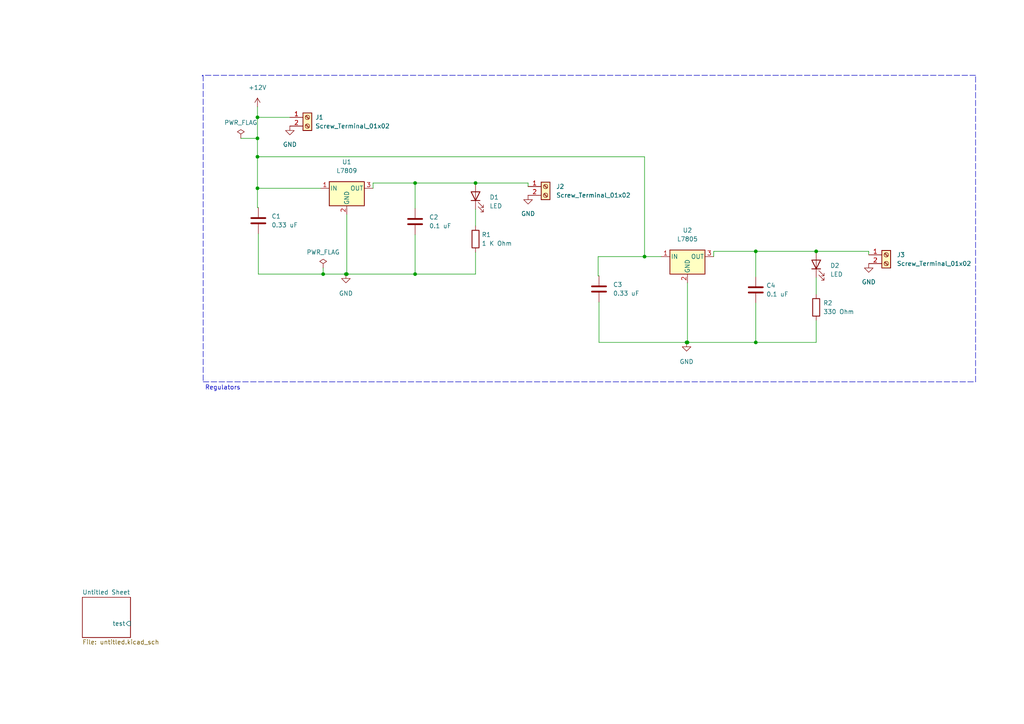
<source format=kicad_sch>
(kicad_sch (version 20211123) (generator eeschema)

  (uuid 8686a01c-8642-4698-9b1c-7604331c0ff3)

  (paper "A4")

  (title_block
    (title "Voltage Regulator 5V & 9V")
    (date "2023-03-07")
    (rev "REV1")
    (company "My Company")
    (comment 1 "Project 1")
  )

  (lib_symbols
    (symbol "Connector:Screw_Terminal_01x02" (pin_names (offset 1.016) hide) (in_bom yes) (on_board yes)
      (property "Reference" "J" (id 0) (at 0 2.54 0)
        (effects (font (size 1.27 1.27)))
      )
      (property "Value" "Screw_Terminal_01x02" (id 1) (at 0 -5.08 0)
        (effects (font (size 1.27 1.27)))
      )
      (property "Footprint" "" (id 2) (at 0 0 0)
        (effects (font (size 1.27 1.27)) hide)
      )
      (property "Datasheet" "~" (id 3) (at 0 0 0)
        (effects (font (size 1.27 1.27)) hide)
      )
      (property "ki_keywords" "screw terminal" (id 4) (at 0 0 0)
        (effects (font (size 1.27 1.27)) hide)
      )
      (property "ki_description" "Generic screw terminal, single row, 01x02, script generated (kicad-library-utils/schlib/autogen/connector/)" (id 5) (at 0 0 0)
        (effects (font (size 1.27 1.27)) hide)
      )
      (property "ki_fp_filters" "TerminalBlock*:*" (id 6) (at 0 0 0)
        (effects (font (size 1.27 1.27)) hide)
      )
      (symbol "Screw_Terminal_01x02_1_1"
        (rectangle (start -1.27 1.27) (end 1.27 -3.81)
          (stroke (width 0.254) (type default) (color 0 0 0 0))
          (fill (type background))
        )
        (circle (center 0 -2.54) (radius 0.635)
          (stroke (width 0.1524) (type default) (color 0 0 0 0))
          (fill (type none))
        )
        (polyline
          (pts
            (xy -0.5334 -2.2098)
            (xy 0.3302 -3.048)
          )
          (stroke (width 0.1524) (type default) (color 0 0 0 0))
          (fill (type none))
        )
        (polyline
          (pts
            (xy -0.5334 0.3302)
            (xy 0.3302 -0.508)
          )
          (stroke (width 0.1524) (type default) (color 0 0 0 0))
          (fill (type none))
        )
        (polyline
          (pts
            (xy -0.3556 -2.032)
            (xy 0.508 -2.8702)
          )
          (stroke (width 0.1524) (type default) (color 0 0 0 0))
          (fill (type none))
        )
        (polyline
          (pts
            (xy -0.3556 0.508)
            (xy 0.508 -0.3302)
          )
          (stroke (width 0.1524) (type default) (color 0 0 0 0))
          (fill (type none))
        )
        (circle (center 0 0) (radius 0.635)
          (stroke (width 0.1524) (type default) (color 0 0 0 0))
          (fill (type none))
        )
        (pin passive line (at -5.08 0 0) (length 3.81)
          (name "Pin_1" (effects (font (size 1.27 1.27))))
          (number "1" (effects (font (size 1.27 1.27))))
        )
        (pin passive line (at -5.08 -2.54 0) (length 3.81)
          (name "Pin_2" (effects (font (size 1.27 1.27))))
          (number "2" (effects (font (size 1.27 1.27))))
        )
      )
    )
    (symbol "Device:C" (pin_numbers hide) (pin_names (offset 0.254)) (in_bom yes) (on_board yes)
      (property "Reference" "C" (id 0) (at 0.635 2.54 0)
        (effects (font (size 1.27 1.27)) (justify left))
      )
      (property "Value" "C" (id 1) (at 0.635 -2.54 0)
        (effects (font (size 1.27 1.27)) (justify left))
      )
      (property "Footprint" "" (id 2) (at 0.9652 -3.81 0)
        (effects (font (size 1.27 1.27)) hide)
      )
      (property "Datasheet" "~" (id 3) (at 0 0 0)
        (effects (font (size 1.27 1.27)) hide)
      )
      (property "ki_keywords" "cap capacitor" (id 4) (at 0 0 0)
        (effects (font (size 1.27 1.27)) hide)
      )
      (property "ki_description" "Unpolarized capacitor" (id 5) (at 0 0 0)
        (effects (font (size 1.27 1.27)) hide)
      )
      (property "ki_fp_filters" "C_*" (id 6) (at 0 0 0)
        (effects (font (size 1.27 1.27)) hide)
      )
      (symbol "C_0_1"
        (polyline
          (pts
            (xy -2.032 -0.762)
            (xy 2.032 -0.762)
          )
          (stroke (width 0.508) (type default) (color 0 0 0 0))
          (fill (type none))
        )
        (polyline
          (pts
            (xy -2.032 0.762)
            (xy 2.032 0.762)
          )
          (stroke (width 0.508) (type default) (color 0 0 0 0))
          (fill (type none))
        )
      )
      (symbol "C_1_1"
        (pin passive line (at 0 3.81 270) (length 2.794)
          (name "~" (effects (font (size 1.27 1.27))))
          (number "1" (effects (font (size 1.27 1.27))))
        )
        (pin passive line (at 0 -3.81 90) (length 2.794)
          (name "~" (effects (font (size 1.27 1.27))))
          (number "2" (effects (font (size 1.27 1.27))))
        )
      )
    )
    (symbol "Device:LED" (pin_numbers hide) (pin_names (offset 1.016) hide) (in_bom yes) (on_board yes)
      (property "Reference" "D" (id 0) (at 0 2.54 0)
        (effects (font (size 1.27 1.27)))
      )
      (property "Value" "LED" (id 1) (at 0 -2.54 0)
        (effects (font (size 1.27 1.27)))
      )
      (property "Footprint" "" (id 2) (at 0 0 0)
        (effects (font (size 1.27 1.27)) hide)
      )
      (property "Datasheet" "~" (id 3) (at 0 0 0)
        (effects (font (size 1.27 1.27)) hide)
      )
      (property "ki_keywords" "LED diode" (id 4) (at 0 0 0)
        (effects (font (size 1.27 1.27)) hide)
      )
      (property "ki_description" "Light emitting diode" (id 5) (at 0 0 0)
        (effects (font (size 1.27 1.27)) hide)
      )
      (property "ki_fp_filters" "LED* LED_SMD:* LED_THT:*" (id 6) (at 0 0 0)
        (effects (font (size 1.27 1.27)) hide)
      )
      (symbol "LED_0_1"
        (polyline
          (pts
            (xy -1.27 -1.27)
            (xy -1.27 1.27)
          )
          (stroke (width 0.254) (type default) (color 0 0 0 0))
          (fill (type none))
        )
        (polyline
          (pts
            (xy -1.27 0)
            (xy 1.27 0)
          )
          (stroke (width 0) (type default) (color 0 0 0 0))
          (fill (type none))
        )
        (polyline
          (pts
            (xy 1.27 -1.27)
            (xy 1.27 1.27)
            (xy -1.27 0)
            (xy 1.27 -1.27)
          )
          (stroke (width 0.254) (type default) (color 0 0 0 0))
          (fill (type none))
        )
        (polyline
          (pts
            (xy -3.048 -0.762)
            (xy -4.572 -2.286)
            (xy -3.81 -2.286)
            (xy -4.572 -2.286)
            (xy -4.572 -1.524)
          )
          (stroke (width 0) (type default) (color 0 0 0 0))
          (fill (type none))
        )
        (polyline
          (pts
            (xy -1.778 -0.762)
            (xy -3.302 -2.286)
            (xy -2.54 -2.286)
            (xy -3.302 -2.286)
            (xy -3.302 -1.524)
          )
          (stroke (width 0) (type default) (color 0 0 0 0))
          (fill (type none))
        )
      )
      (symbol "LED_1_1"
        (pin passive line (at -3.81 0 0) (length 2.54)
          (name "K" (effects (font (size 1.27 1.27))))
          (number "1" (effects (font (size 1.27 1.27))))
        )
        (pin passive line (at 3.81 0 180) (length 2.54)
          (name "A" (effects (font (size 1.27 1.27))))
          (number "2" (effects (font (size 1.27 1.27))))
        )
      )
    )
    (symbol "Device:R" (pin_numbers hide) (pin_names (offset 0)) (in_bom yes) (on_board yes)
      (property "Reference" "R" (id 0) (at 2.032 0 90)
        (effects (font (size 1.27 1.27)))
      )
      (property "Value" "R" (id 1) (at 0 0 90)
        (effects (font (size 1.27 1.27)))
      )
      (property "Footprint" "" (id 2) (at -1.778 0 90)
        (effects (font (size 1.27 1.27)) hide)
      )
      (property "Datasheet" "~" (id 3) (at 0 0 0)
        (effects (font (size 1.27 1.27)) hide)
      )
      (property "ki_keywords" "R res resistor" (id 4) (at 0 0 0)
        (effects (font (size 1.27 1.27)) hide)
      )
      (property "ki_description" "Resistor" (id 5) (at 0 0 0)
        (effects (font (size 1.27 1.27)) hide)
      )
      (property "ki_fp_filters" "R_*" (id 6) (at 0 0 0)
        (effects (font (size 1.27 1.27)) hide)
      )
      (symbol "R_0_1"
        (rectangle (start -1.016 -2.54) (end 1.016 2.54)
          (stroke (width 0.254) (type default) (color 0 0 0 0))
          (fill (type none))
        )
      )
      (symbol "R_1_1"
        (pin passive line (at 0 3.81 270) (length 1.27)
          (name "~" (effects (font (size 1.27 1.27))))
          (number "1" (effects (font (size 1.27 1.27))))
        )
        (pin passive line (at 0 -3.81 90) (length 1.27)
          (name "~" (effects (font (size 1.27 1.27))))
          (number "2" (effects (font (size 1.27 1.27))))
        )
      )
    )
    (symbol "Regulator_Linear:L7805" (pin_names (offset 0.254)) (in_bom yes) (on_board yes)
      (property "Reference" "U" (id 0) (at -3.81 3.175 0)
        (effects (font (size 1.27 1.27)))
      )
      (property "Value" "L7805" (id 1) (at 0 3.175 0)
        (effects (font (size 1.27 1.27)) (justify left))
      )
      (property "Footprint" "" (id 2) (at 0.635 -3.81 0)
        (effects (font (size 1.27 1.27) italic) (justify left) hide)
      )
      (property "Datasheet" "http://www.st.com/content/ccc/resource/technical/document/datasheet/41/4f/b3/b0/12/d4/47/88/CD00000444.pdf/files/CD00000444.pdf/jcr:content/translations/en.CD00000444.pdf" (id 3) (at 0 -1.27 0)
        (effects (font (size 1.27 1.27)) hide)
      )
      (property "ki_keywords" "Voltage Regulator 1.5A Positive" (id 4) (at 0 0 0)
        (effects (font (size 1.27 1.27)) hide)
      )
      (property "ki_description" "Positive 1.5A 35V Linear Regulator, Fixed Output 5V, TO-220/TO-263/TO-252" (id 5) (at 0 0 0)
        (effects (font (size 1.27 1.27)) hide)
      )
      (property "ki_fp_filters" "TO?252* TO?263* TO?220*" (id 6) (at 0 0 0)
        (effects (font (size 1.27 1.27)) hide)
      )
      (symbol "L7805_0_1"
        (rectangle (start -5.08 1.905) (end 5.08 -5.08)
          (stroke (width 0.254) (type default) (color 0 0 0 0))
          (fill (type background))
        )
      )
      (symbol "L7805_1_1"
        (pin power_in line (at -7.62 0 0) (length 2.54)
          (name "IN" (effects (font (size 1.27 1.27))))
          (number "1" (effects (font (size 1.27 1.27))))
        )
        (pin power_in line (at 0 -7.62 90) (length 2.54)
          (name "GND" (effects (font (size 1.27 1.27))))
          (number "2" (effects (font (size 1.27 1.27))))
        )
        (pin power_out line (at 7.62 0 180) (length 2.54)
          (name "OUT" (effects (font (size 1.27 1.27))))
          (number "3" (effects (font (size 1.27 1.27))))
        )
      )
    )
    (symbol "Regulator_Linear:L7809" (pin_names (offset 0.254)) (in_bom yes) (on_board yes)
      (property "Reference" "U" (id 0) (at -3.81 3.175 0)
        (effects (font (size 1.27 1.27)))
      )
      (property "Value" "L7809" (id 1) (at 0 3.175 0)
        (effects (font (size 1.27 1.27)) (justify left))
      )
      (property "Footprint" "" (id 2) (at 0.635 -3.81 0)
        (effects (font (size 1.27 1.27) italic) (justify left) hide)
      )
      (property "Datasheet" "http://www.st.com/content/ccc/resource/technical/document/datasheet/41/4f/b3/b0/12/d4/47/88/CD00000444.pdf/files/CD00000444.pdf/jcr:content/translations/en.CD00000444.pdf" (id 3) (at 0 -1.27 0)
        (effects (font (size 1.27 1.27)) hide)
      )
      (property "ki_keywords" "Voltage Regulator 1.5A Positive" (id 4) (at 0 0 0)
        (effects (font (size 1.27 1.27)) hide)
      )
      (property "ki_description" "Positive 1.5A 35V Linear Regulator, Fixed Output 9V, TO-220/TO-263/TO-252" (id 5) (at 0 0 0)
        (effects (font (size 1.27 1.27)) hide)
      )
      (property "ki_fp_filters" "TO?252* TO?263* TO?220*" (id 6) (at 0 0 0)
        (effects (font (size 1.27 1.27)) hide)
      )
      (symbol "L7809_0_1"
        (rectangle (start -5.08 1.905) (end 5.08 -5.08)
          (stroke (width 0.254) (type default) (color 0 0 0 0))
          (fill (type background))
        )
      )
      (symbol "L7809_1_1"
        (pin power_in line (at -7.62 0 0) (length 2.54)
          (name "IN" (effects (font (size 1.27 1.27))))
          (number "1" (effects (font (size 1.27 1.27))))
        )
        (pin power_in line (at 0 -7.62 90) (length 2.54)
          (name "GND" (effects (font (size 1.27 1.27))))
          (number "2" (effects (font (size 1.27 1.27))))
        )
        (pin power_out line (at 7.62 0 180) (length 2.54)
          (name "OUT" (effects (font (size 1.27 1.27))))
          (number "3" (effects (font (size 1.27 1.27))))
        )
      )
    )
    (symbol "power:+12V" (power) (pin_names (offset 0)) (in_bom yes) (on_board yes)
      (property "Reference" "#PWR" (id 0) (at 0 -3.81 0)
        (effects (font (size 1.27 1.27)) hide)
      )
      (property "Value" "+12V" (id 1) (at 0 3.556 0)
        (effects (font (size 1.27 1.27)))
      )
      (property "Footprint" "" (id 2) (at 0 0 0)
        (effects (font (size 1.27 1.27)) hide)
      )
      (property "Datasheet" "" (id 3) (at 0 0 0)
        (effects (font (size 1.27 1.27)) hide)
      )
      (property "ki_keywords" "global power" (id 4) (at 0 0 0)
        (effects (font (size 1.27 1.27)) hide)
      )
      (property "ki_description" "Power symbol creates a global label with name \"+12V\"" (id 5) (at 0 0 0)
        (effects (font (size 1.27 1.27)) hide)
      )
      (symbol "+12V_0_1"
        (polyline
          (pts
            (xy -0.762 1.27)
            (xy 0 2.54)
          )
          (stroke (width 0) (type default) (color 0 0 0 0))
          (fill (type none))
        )
        (polyline
          (pts
            (xy 0 0)
            (xy 0 2.54)
          )
          (stroke (width 0) (type default) (color 0 0 0 0))
          (fill (type none))
        )
        (polyline
          (pts
            (xy 0 2.54)
            (xy 0.762 1.27)
          )
          (stroke (width 0) (type default) (color 0 0 0 0))
          (fill (type none))
        )
      )
      (symbol "+12V_1_1"
        (pin power_in line (at 0 0 90) (length 0) hide
          (name "+12V" (effects (font (size 1.27 1.27))))
          (number "1" (effects (font (size 1.27 1.27))))
        )
      )
    )
    (symbol "power:GND" (power) (pin_names (offset 0)) (in_bom yes) (on_board yes)
      (property "Reference" "#PWR" (id 0) (at 0 -6.35 0)
        (effects (font (size 1.27 1.27)) hide)
      )
      (property "Value" "GND" (id 1) (at 0 -3.81 0)
        (effects (font (size 1.27 1.27)))
      )
      (property "Footprint" "" (id 2) (at 0 0 0)
        (effects (font (size 1.27 1.27)) hide)
      )
      (property "Datasheet" "" (id 3) (at 0 0 0)
        (effects (font (size 1.27 1.27)) hide)
      )
      (property "ki_keywords" "global power" (id 4) (at 0 0 0)
        (effects (font (size 1.27 1.27)) hide)
      )
      (property "ki_description" "Power symbol creates a global label with name \"GND\" , ground" (id 5) (at 0 0 0)
        (effects (font (size 1.27 1.27)) hide)
      )
      (symbol "GND_0_1"
        (polyline
          (pts
            (xy 0 0)
            (xy 0 -1.27)
            (xy 1.27 -1.27)
            (xy 0 -2.54)
            (xy -1.27 -1.27)
            (xy 0 -1.27)
          )
          (stroke (width 0) (type default) (color 0 0 0 0))
          (fill (type none))
        )
      )
      (symbol "GND_1_1"
        (pin power_in line (at 0 0 270) (length 0) hide
          (name "GND" (effects (font (size 1.27 1.27))))
          (number "1" (effects (font (size 1.27 1.27))))
        )
      )
    )
    (symbol "power:PWR_FLAG" (power) (pin_numbers hide) (pin_names (offset 0) hide) (in_bom yes) (on_board yes)
      (property "Reference" "#FLG" (id 0) (at 0 1.905 0)
        (effects (font (size 1.27 1.27)) hide)
      )
      (property "Value" "PWR_FLAG" (id 1) (at 0 3.81 0)
        (effects (font (size 1.27 1.27)))
      )
      (property "Footprint" "" (id 2) (at 0 0 0)
        (effects (font (size 1.27 1.27)) hide)
      )
      (property "Datasheet" "~" (id 3) (at 0 0 0)
        (effects (font (size 1.27 1.27)) hide)
      )
      (property "ki_keywords" "flag power" (id 4) (at 0 0 0)
        (effects (font (size 1.27 1.27)) hide)
      )
      (property "ki_description" "Special symbol for telling ERC where power comes from" (id 5) (at 0 0 0)
        (effects (font (size 1.27 1.27)) hide)
      )
      (symbol "PWR_FLAG_0_0"
        (pin power_out line (at 0 0 90) (length 0)
          (name "pwr" (effects (font (size 1.27 1.27))))
          (number "1" (effects (font (size 1.27 1.27))))
        )
      )
      (symbol "PWR_FLAG_0_1"
        (polyline
          (pts
            (xy 0 0)
            (xy 0 1.27)
            (xy -1.016 1.905)
            (xy 0 2.54)
            (xy 1.016 1.905)
            (xy 0 1.27)
          )
          (stroke (width 0) (type default) (color 0 0 0 0))
          (fill (type none))
        )
      )
    )
  )

  (junction (at 236.728 72.898) (diameter 0) (color 0 0 0 0)
    (uuid 02500f10-6d6d-476d-9ee7-805396e389e5)
  )
  (junction (at 137.922 53.086) (diameter 0) (color 0 0 0 0)
    (uuid 0aa981ff-e7b8-42ce-b81b-35cc2b1cb428)
  )
  (junction (at 186.944 74.422) (diameter 0) (color 0 0 0 0)
    (uuid 0b2b6c5a-1218-458d-bc19-86c6216ca00f)
  )
  (junction (at 74.676 45.466) (diameter 0) (color 0 0 0 0)
    (uuid 31c5553e-7e58-45c6-99f2-e5a36bfbe7d3)
  )
  (junction (at 219.202 99.314) (diameter 0) (color 0 0 0 0)
    (uuid 364df256-91cb-42b4-b214-2a26bc736753)
  )
  (junction (at 74.676 40.132) (diameter 0) (color 0 0 0 0)
    (uuid 3c63bdee-33bc-42aa-aff5-115423267a53)
  )
  (junction (at 219.202 72.898) (diameter 0) (color 0 0 0 0)
    (uuid 456e33e2-bfba-4e09-8499-4ac408ee01ba)
  )
  (junction (at 120.396 79.502) (diameter 0) (color 0 0 0 0)
    (uuid 7aad158e-38c6-4370-a11a-ea31cf4a7f43)
  )
  (junction (at 100.33 79.502) (diameter 0) (color 0 0 0 0)
    (uuid 8a7daf01-c9f1-4c43-a7e8-b69a6bada1e9)
  )
  (junction (at 120.396 53.086) (diameter 0) (color 0 0 0 0)
    (uuid 9e823de0-709d-4358-8da6-dc08755870a7)
  )
  (junction (at 100.584 79.502) (diameter 0) (color 0 0 0 0)
    (uuid a1f17476-3522-4fcd-bb79-8eb0aa116a7e)
  )
  (junction (at 199.136 99.314) (diameter 0) (color 0 0 0 0)
    (uuid a216d281-cfee-4d5d-b94a-a3278f4098fd)
  )
  (junction (at 93.726 79.502) (diameter 0) (color 0 0 0 0)
    (uuid a2e11e34-7902-46ea-8a62-f6f9490d619b)
  )
  (junction (at 199.39 99.314) (diameter 0) (color 0 0 0 0)
    (uuid ae526050-039f-4c11-8aae-d3740f495baa)
  )
  (junction (at 74.676 54.61) (diameter 0) (color 0 0 0 0)
    (uuid d04f488b-ab52-4ab7-b218-b8ee5b39a621)
  )
  (junction (at 74.676 34.036) (diameter 0) (color 0 0 0 0)
    (uuid fa259601-e75d-4fa5-a34a-4e0d85f2f453)
  )

  (wire (pts (xy 173.736 87.63) (xy 173.736 99.314))
    (stroke (width 0) (type default) (color 0 0 0 0))
    (uuid 0231d2ae-a842-496d-bf02-61683fc8d231)
  )
  (polyline (pts (xy 58.928 110.744) (xy 282.956 110.744))
    (stroke (width 0) (type default) (color 0 0 0 0))
    (uuid 029517da-f1c4-40db-86a6-e65ec6a0b067)
  )

  (wire (pts (xy 153.162 54.102) (xy 153.162 53.086))
    (stroke (width 0) (type default) (color 0 0 0 0))
    (uuid 086d2ea8-4ecc-4fc9-8557-8d90713b66c6)
  )
  (wire (pts (xy 74.676 30.988) (xy 74.676 34.036))
    (stroke (width 0) (type default) (color 0 0 0 0))
    (uuid 08b31f01-96f1-4e0a-a2ee-085dcc190504)
  )
  (wire (pts (xy 236.728 80.518) (xy 236.728 85.344))
    (stroke (width 0) (type default) (color 0 0 0 0))
    (uuid 09180352-30a2-453e-ab8b-2e2ad4064631)
  )
  (wire (pts (xy 137.922 60.706) (xy 137.922 65.532))
    (stroke (width 0) (type default) (color 0 0 0 0))
    (uuid 1746bc50-f460-47c9-8df6-03199da6272d)
  )
  (wire (pts (xy 74.676 45.466) (xy 186.944 45.466))
    (stroke (width 0) (type default) (color 0 0 0 0))
    (uuid 1f77b185-39fd-4ea4-8688-3a67e53d5add)
  )
  (wire (pts (xy 74.676 40.132) (xy 74.676 45.466))
    (stroke (width 0) (type default) (color 0 0 0 0))
    (uuid 2865452e-1fc5-4d23-884e-0db7b5739eab)
  )
  (wire (pts (xy 108.204 53.086) (xy 120.396 53.086))
    (stroke (width 0) (type default) (color 0 0 0 0))
    (uuid 34eaaa67-3e0e-4c8a-9dad-cf1c4c7eb661)
  )
  (wire (pts (xy 251.968 72.898) (xy 236.728 72.898))
    (stroke (width 0) (type default) (color 0 0 0 0))
    (uuid 36b779ec-b129-4a04-99f0-14098b41bc52)
  )
  (wire (pts (xy 93.726 77.724) (xy 93.726 79.502))
    (stroke (width 0) (type default) (color 0 0 0 0))
    (uuid 3abd6168-cb49-4b9e-b712-cfa1d38aaa81)
  )
  (wire (pts (xy 120.396 79.502) (xy 100.584 79.502))
    (stroke (width 0) (type default) (color 0 0 0 0))
    (uuid 3c80743f-d98a-45dd-a642-654fe7e7488d)
  )
  (wire (pts (xy 74.676 54.61) (xy 74.676 60.198))
    (stroke (width 0) (type default) (color 0 0 0 0))
    (uuid 3fbbca64-a80a-4c36-a123-44dc47e00278)
  )
  (wire (pts (xy 74.93 79.502) (xy 93.726 79.502))
    (stroke (width 0) (type default) (color 0 0 0 0))
    (uuid 4468b018-a189-411b-bf0a-41661de477ec)
  )
  (wire (pts (xy 199.39 82.042) (xy 199.39 99.314))
    (stroke (width 0) (type default) (color 0 0 0 0))
    (uuid 46cc121a-08b2-4a0e-b6d7-ad14eeef9f55)
  )
  (wire (pts (xy 219.202 87.884) (xy 219.202 99.314))
    (stroke (width 0) (type default) (color 0 0 0 0))
    (uuid 4ab79cb2-748b-4c20-a453-4b638b6b9be2)
  )
  (wire (pts (xy 219.202 99.314) (xy 199.39 99.314))
    (stroke (width 0) (type default) (color 0 0 0 0))
    (uuid 4d779953-8dfb-42f4-b07f-8026f8f22988)
  )
  (wire (pts (xy 186.944 45.466) (xy 186.944 74.422))
    (stroke (width 0) (type default) (color 0 0 0 0))
    (uuid 55dec0c3-7173-4bc3-86c5-a5643f199aa5)
  )
  (wire (pts (xy 69.85 40.132) (xy 74.676 40.132))
    (stroke (width 0) (type default) (color 0 0 0 0))
    (uuid 5638099e-0b03-499d-a8e7-988f48b9a421)
  )
  (wire (pts (xy 173.482 80.01) (xy 173.736 80.01))
    (stroke (width 0) (type default) (color 0 0 0 0))
    (uuid 76e693af-16cc-4e5a-9dfc-2d4e04d2866d)
  )
  (wire (pts (xy 100.584 62.23) (xy 100.584 79.502))
    (stroke (width 0) (type default) (color 0 0 0 0))
    (uuid 7735f755-b863-4884-9b4f-8e3794460619)
  )
  (wire (pts (xy 173.482 74.422) (xy 186.944 74.422))
    (stroke (width 0) (type default) (color 0 0 0 0))
    (uuid 774fad8a-d6ff-4194-8387-9dd0ca1ce425)
  )
  (polyline (pts (xy 58.928 21.844) (xy 58.928 110.744))
    (stroke (width 0) (type default) (color 0 0 0 0))
    (uuid 852f5041-3750-4857-ba40-809510ecc39e)
  )

  (wire (pts (xy 251.968 73.914) (xy 251.968 72.898))
    (stroke (width 0) (type default) (color 0 0 0 0))
    (uuid 8dc82baa-7e84-4e91-8a39-5737e1e13cb4)
  )
  (wire (pts (xy 219.202 72.898) (xy 219.202 80.264))
    (stroke (width 0) (type default) (color 0 0 0 0))
    (uuid 8ebe8a20-69ab-4214-9531-abb633ef4c36)
  )
  (wire (pts (xy 74.676 34.036) (xy 74.676 40.132))
    (stroke (width 0) (type default) (color 0 0 0 0))
    (uuid 9261aff1-8409-446a-95c0-3da1640fd1e7)
  )
  (wire (pts (xy 207.01 72.898) (xy 207.01 74.422))
    (stroke (width 0) (type default) (color 0 0 0 0))
    (uuid 9b96f25e-ff4d-4d19-a2df-1db156cf37e0)
  )
  (wire (pts (xy 120.396 60.452) (xy 120.396 53.086))
    (stroke (width 0) (type default) (color 0 0 0 0))
    (uuid 9c8c4eae-9608-4b7a-994f-1eef4736d9de)
  )
  (wire (pts (xy 120.396 53.086) (xy 137.922 53.086))
    (stroke (width 0) (type default) (color 0 0 0 0))
    (uuid accbac3f-e54a-45bc-8f5c-4103df836304)
  )
  (wire (pts (xy 219.202 72.898) (xy 207.01 72.898))
    (stroke (width 0) (type default) (color 0 0 0 0))
    (uuid adbc9eb8-77e3-4f56-a66e-0b4c474d8e86)
  )
  (wire (pts (xy 100.584 79.502) (xy 100.33 79.502))
    (stroke (width 0) (type default) (color 0 0 0 0))
    (uuid b4b66de0-acdd-4c87-afdf-04de17487693)
  )
  (wire (pts (xy 199.39 99.314) (xy 199.136 99.314))
    (stroke (width 0) (type default) (color 0 0 0 0))
    (uuid b4b84f74-80e9-424c-944f-d0009d254044)
  )
  (polyline (pts (xy 282.956 110.744) (xy 282.956 21.844))
    (stroke (width 0) (type default) (color 0 0 0 0))
    (uuid b5faa70f-ad63-4beb-bf84-570a5dc91ec6)
  )

  (wire (pts (xy 74.676 45.466) (xy 74.676 54.61))
    (stroke (width 0) (type default) (color 0 0 0 0))
    (uuid baae29d0-4860-48ca-a56c-7f83d96a2021)
  )
  (wire (pts (xy 74.676 34.036) (xy 84.074 34.036))
    (stroke (width 0) (type default) (color 0 0 0 0))
    (uuid bc82cc7b-2a2e-48f1-a7b4-912d81e9fdb1)
  )
  (wire (pts (xy 74.676 60.198) (xy 74.93 60.198))
    (stroke (width 0) (type default) (color 0 0 0 0))
    (uuid bceaa212-c526-4df4-a5bb-08ecbbf0ec91)
  )
  (wire (pts (xy 137.922 79.502) (xy 120.396 79.502))
    (stroke (width 0) (type default) (color 0 0 0 0))
    (uuid bf84669b-f629-4259-930c-1c22c6045187)
  )
  (wire (pts (xy 186.944 74.422) (xy 191.77 74.422))
    (stroke (width 0) (type default) (color 0 0 0 0))
    (uuid c4d3548c-7f05-417e-bfbe-dfa4bcb9681b)
  )
  (wire (pts (xy 120.396 68.072) (xy 120.396 79.502))
    (stroke (width 0) (type default) (color 0 0 0 0))
    (uuid cd17e9c2-53da-40fd-beca-1519c91b2fde)
  )
  (wire (pts (xy 236.728 72.898) (xy 219.202 72.898))
    (stroke (width 0) (type default) (color 0 0 0 0))
    (uuid d317f9f7-165a-4b11-8994-588d43ecd2cd)
  )
  (wire (pts (xy 74.676 54.61) (xy 92.964 54.61))
    (stroke (width 0) (type default) (color 0 0 0 0))
    (uuid de63dd44-8cda-48d7-a017-6a761ce6896f)
  )
  (wire (pts (xy 108.204 53.086) (xy 108.204 54.61))
    (stroke (width 0) (type default) (color 0 0 0 0))
    (uuid e01fefc0-b6b7-4f4a-8945-699330c1975b)
  )
  (wire (pts (xy 153.162 53.086) (xy 137.922 53.086))
    (stroke (width 0) (type default) (color 0 0 0 0))
    (uuid e2a1456b-1b3a-4842-93bc-f4b67d0fe20a)
  )
  (polyline (pts (xy 58.674 21.844) (xy 58.674 22.098))
    (stroke (width 0) (type default) (color 0 0 0 0))
    (uuid e2c05f29-f507-44cd-b9b8-9cf3fbdd188b)
  )

  (wire (pts (xy 173.482 74.422) (xy 173.482 80.01))
    (stroke (width 0) (type default) (color 0 0 0 0))
    (uuid ea70824d-1f44-47f5-b7c2-1cce0efcc00f)
  )
  (wire (pts (xy 236.728 99.314) (xy 219.202 99.314))
    (stroke (width 0) (type default) (color 0 0 0 0))
    (uuid ed916d81-b362-4a97-b03e-0d58451aa814)
  )
  (wire (pts (xy 173.736 99.314) (xy 199.136 99.314))
    (stroke (width 0) (type default) (color 0 0 0 0))
    (uuid edd56c0f-ffa4-4d26-bdcc-f5dfa601892a)
  )
  (wire (pts (xy 236.728 92.964) (xy 236.728 99.314))
    (stroke (width 0) (type default) (color 0 0 0 0))
    (uuid f16eb916-089a-4635-9faa-eabcc76252f5)
  )
  (wire (pts (xy 74.93 67.818) (xy 74.93 79.502))
    (stroke (width 0) (type default) (color 0 0 0 0))
    (uuid f1700f44-ffcc-4e6e-ae7a-4c5f01a8b2fc)
  )
  (wire (pts (xy 137.922 73.152) (xy 137.922 79.502))
    (stroke (width 0) (type default) (color 0 0 0 0))
    (uuid f23230a2-4d60-4652-bc34-02f5b1afe844)
  )
  (polyline (pts (xy 282.956 21.844) (xy 58.674 21.844))
    (stroke (width 0) (type default) (color 0 0 0 0))
    (uuid f6096d9e-69e3-4af3-afea-9a2d976692b7)
  )

  (wire (pts (xy 93.726 79.502) (xy 100.33 79.502))
    (stroke (width 0) (type default) (color 0 0 0 0))
    (uuid f7996921-fe8b-4e3f-acb5-fd2cf2097e9b)
  )

  (text "Regulators\n" (at 59.436 113.284 0)
    (effects (font (size 1.27 1.27)) (justify left bottom))
    (uuid 9f40ffbc-c5db-4ca7-a8bb-aa792a75f5ab)
  )

  (symbol (lib_id "power:GND") (at 84.074 36.576 0) (unit 1)
    (in_bom yes) (on_board yes) (fields_autoplaced)
    (uuid 17a430ce-c344-48e3-bd83-b6fb49dd0ba8)
    (property "Reference" "#PWR02" (id 0) (at 84.074 42.926 0)
      (effects (font (size 1.27 1.27)) hide)
    )
    (property "Value" "GND" (id 1) (at 84.074 41.91 0))
    (property "Footprint" "" (id 2) (at 84.074 36.576 0)
      (effects (font (size 1.27 1.27)) hide)
    )
    (property "Datasheet" "" (id 3) (at 84.074 36.576 0)
      (effects (font (size 1.27 1.27)) hide)
    )
    (pin "1" (uuid 1cef9114-ba1a-49ad-9a82-1565c262b155))
  )

  (symbol (lib_id "power:GND") (at 100.33 79.502 0) (unit 1)
    (in_bom yes) (on_board yes) (fields_autoplaced)
    (uuid 1b59deae-e07c-44f1-984a-4016eede4fb7)
    (property "Reference" "#PWR03" (id 0) (at 100.33 85.852 0)
      (effects (font (size 1.27 1.27)) hide)
    )
    (property "Value" "GND" (id 1) (at 100.33 85.09 0))
    (property "Footprint" "" (id 2) (at 100.33 79.502 0)
      (effects (font (size 1.27 1.27)) hide)
    )
    (property "Datasheet" "" (id 3) (at 100.33 79.502 0)
      (effects (font (size 1.27 1.27)) hide)
    )
    (pin "1" (uuid cdf91b75-808d-45c8-a93b-5b6ef9d870dc))
  )

  (symbol (lib_id "power:PWR_FLAG") (at 93.726 77.724 0) (unit 1)
    (in_bom yes) (on_board yes) (fields_autoplaced)
    (uuid 2f41a609-9906-4c50-a143-0c8f4abc6024)
    (property "Reference" "#FLG0102" (id 0) (at 93.726 75.819 0)
      (effects (font (size 1.27 1.27)) hide)
    )
    (property "Value" "PWR_FLAG" (id 1) (at 93.726 73.152 0))
    (property "Footprint" "" (id 2) (at 93.726 77.724 0)
      (effects (font (size 1.27 1.27)) hide)
    )
    (property "Datasheet" "~" (id 3) (at 93.726 77.724 0)
      (effects (font (size 1.27 1.27)) hide)
    )
    (pin "1" (uuid 8130d309-7eef-4f9e-8f4c-8c19d2cee95e))
  )

  (symbol (lib_id "Device:C") (at 120.396 64.262 0) (unit 1)
    (in_bom yes) (on_board yes) (fields_autoplaced)
    (uuid 379b3614-1982-4420-af03-016cd7ee49c3)
    (property "Reference" "C2" (id 0) (at 124.46 62.9919 0)
      (effects (font (size 1.27 1.27)) (justify left))
    )
    (property "Value" "0.1 uF" (id 1) (at 124.46 65.5319 0)
      (effects (font (size 1.27 1.27)) (justify left))
    )
    (property "Footprint" "Capacitor_THT:C_Disc_D3.0mm_W2.0mm_P2.50mm" (id 2) (at 121.3612 68.072 0)
      (effects (font (size 1.27 1.27)) hide)
    )
    (property "Datasheet" "~" (id 3) (at 120.396 64.262 0)
      (effects (font (size 1.27 1.27)) hide)
    )
    (pin "1" (uuid 736d3f26-5da2-4b5d-b1b7-35b3c67dff7e))
    (pin "2" (uuid c7fd4baa-f30f-4cb9-b1c2-aa79ba89c4a4))
  )

  (symbol (lib_id "power:GND") (at 199.136 99.314 0) (unit 1)
    (in_bom yes) (on_board yes) (fields_autoplaced)
    (uuid 3afa823b-bdc2-4438-b027-4bed99756fad)
    (property "Reference" "#PWR05" (id 0) (at 199.136 105.664 0)
      (effects (font (size 1.27 1.27)) hide)
    )
    (property "Value" "GND" (id 1) (at 199.136 104.902 0))
    (property "Footprint" "" (id 2) (at 199.136 99.314 0)
      (effects (font (size 1.27 1.27)) hide)
    )
    (property "Datasheet" "" (id 3) (at 199.136 99.314 0)
      (effects (font (size 1.27 1.27)) hide)
    )
    (pin "1" (uuid bef3ee5f-0c51-403c-a1a3-7634682097d9))
  )

  (symbol (lib_id "Device:R") (at 236.728 89.154 0) (unit 1)
    (in_bom yes) (on_board yes) (fields_autoplaced)
    (uuid 537ffadd-aa73-42d6-bdac-5ff615be1088)
    (property "Reference" "R2" (id 0) (at 238.76 87.8839 0)
      (effects (font (size 1.27 1.27)) (justify left))
    )
    (property "Value" "330 Ohm" (id 1) (at 238.76 90.4239 0)
      (effects (font (size 1.27 1.27)) (justify left))
    )
    (property "Footprint" "Resistor_THT:R_Axial_DIN0414_L11.9mm_D4.5mm_P25.40mm_Horizontal" (id 2) (at 234.95 89.154 90)
      (effects (font (size 1.27 1.27)) hide)
    )
    (property "Datasheet" "~" (id 3) (at 236.728 89.154 0)
      (effects (font (size 1.27 1.27)) hide)
    )
    (pin "1" (uuid 2e1a501a-e29a-445b-a843-f5094b02b7f1))
    (pin "2" (uuid 3618f361-d324-4a32-8a99-c21fe3874bd7))
  )

  (symbol (lib_id "Connector:Screw_Terminal_01x02") (at 158.242 54.102 0) (unit 1)
    (in_bom yes) (on_board yes) (fields_autoplaced)
    (uuid 592c4f03-48d0-4ae6-8dec-2883c0d3e165)
    (property "Reference" "J2" (id 0) (at 161.29 54.1019 0)
      (effects (font (size 1.27 1.27)) (justify left))
    )
    (property "Value" "Screw_Terminal_01x02" (id 1) (at 161.29 56.6419 0)
      (effects (font (size 1.27 1.27)) (justify left))
    )
    (property "Footprint" "TerminalBlock_Phoenix:TerminalBlock_Phoenix_MKDS-1,5-3-5.08_1x03_P5.08mm_Horizontal" (id 2) (at 158.242 54.102 0)
      (effects (font (size 1.27 1.27)) hide)
    )
    (property "Datasheet" "~" (id 3) (at 158.242 54.102 0)
      (effects (font (size 1.27 1.27)) hide)
    )
    (pin "1" (uuid 544c9c3d-3ffc-4c93-99f9-d30f1e3e1d09))
    (pin "2" (uuid 755a2ceb-fae1-45fc-beb2-735cafeac101))
  )

  (symbol (lib_id "power:PWR_FLAG") (at 69.85 40.132 0) (unit 1)
    (in_bom yes) (on_board yes) (fields_autoplaced)
    (uuid 70ba899e-b216-40cc-b97a-e5520aa86e2f)
    (property "Reference" "#FLG0101" (id 0) (at 69.85 38.227 0)
      (effects (font (size 1.27 1.27)) hide)
    )
    (property "Value" "PWR_FLAG" (id 1) (at 69.85 35.56 0))
    (property "Footprint" "" (id 2) (at 69.85 40.132 0)
      (effects (font (size 1.27 1.27)) hide)
    )
    (property "Datasheet" "~" (id 3) (at 69.85 40.132 0)
      (effects (font (size 1.27 1.27)) hide)
    )
    (pin "1" (uuid 54b79524-b257-42a1-800a-ffa1c4f7a059))
  )

  (symbol (lib_id "power:GND") (at 251.968 76.454 0) (unit 1)
    (in_bom yes) (on_board yes) (fields_autoplaced)
    (uuid 74e4c81f-610c-435b-b0f9-c3e016e86d98)
    (property "Reference" "#PWR06" (id 0) (at 251.968 82.804 0)
      (effects (font (size 1.27 1.27)) hide)
    )
    (property "Value" "GND" (id 1) (at 251.968 81.788 0))
    (property "Footprint" "" (id 2) (at 251.968 76.454 0)
      (effects (font (size 1.27 1.27)) hide)
    )
    (property "Datasheet" "" (id 3) (at 251.968 76.454 0)
      (effects (font (size 1.27 1.27)) hide)
    )
    (pin "1" (uuid 735111d0-7f53-4245-895f-14cf9692b7b5))
  )

  (symbol (lib_id "power:+12V") (at 74.676 30.988 0) (unit 1)
    (in_bom yes) (on_board yes) (fields_autoplaced)
    (uuid 75994cf4-00ee-43f9-89dc-d764956c330c)
    (property "Reference" "#PWR01" (id 0) (at 74.676 34.798 0)
      (effects (font (size 1.27 1.27)) hide)
    )
    (property "Value" "+12V" (id 1) (at 74.676 25.4 0))
    (property "Footprint" "" (id 2) (at 74.676 30.988 0)
      (effects (font (size 1.27 1.27)) hide)
    )
    (property "Datasheet" "" (id 3) (at 74.676 30.988 0)
      (effects (font (size 1.27 1.27)) hide)
    )
    (pin "1" (uuid 1dbe6be6-2725-4d44-a2f5-09a05e2a761d))
  )

  (symbol (lib_id "Device:R") (at 137.922 69.342 0) (unit 1)
    (in_bom yes) (on_board yes) (fields_autoplaced)
    (uuid 75ea3d5b-279a-4f51-845f-944b0f420b5c)
    (property "Reference" "R1" (id 0) (at 139.7 68.0719 0)
      (effects (font (size 1.27 1.27)) (justify left))
    )
    (property "Value" "1 K Ohm" (id 1) (at 139.7 70.6119 0)
      (effects (font (size 1.27 1.27)) (justify left))
    )
    (property "Footprint" "Resistor_THT:R_Axial_DIN0414_L11.9mm_D4.5mm_P25.40mm_Horizontal" (id 2) (at 136.144 69.342 90)
      (effects (font (size 1.27 1.27)) hide)
    )
    (property "Datasheet" "~" (id 3) (at 137.922 69.342 0)
      (effects (font (size 1.27 1.27)) hide)
    )
    (pin "1" (uuid 272ac6b5-1f47-41ec-a57c-0605792deb29))
    (pin "2" (uuid e26a98e8-b9a4-4ae8-9323-7bbeabdf58fa))
  )

  (symbol (lib_id "Regulator_Linear:L7805") (at 199.39 74.422 0) (unit 1)
    (in_bom yes) (on_board yes) (fields_autoplaced)
    (uuid 766443d8-bcf7-4399-94dc-1eaa3671fd47)
    (property "Reference" "U2" (id 0) (at 199.39 66.802 0))
    (property "Value" "L7805" (id 1) (at 199.39 69.342 0))
    (property "Footprint" "Package_TO_SOT_THT:TO-220-3_Vertical" (id 2) (at 200.025 78.232 0)
      (effects (font (size 1.27 1.27) italic) (justify left) hide)
    )
    (property "Datasheet" "http://www.st.com/content/ccc/resource/technical/document/datasheet/41/4f/b3/b0/12/d4/47/88/CD00000444.pdf/files/CD00000444.pdf/jcr:content/translations/en.CD00000444.pdf" (id 3) (at 199.39 75.692 0)
      (effects (font (size 1.27 1.27)) hide)
    )
    (pin "1" (uuid b3f7d0e1-94c8-409b-bb05-43f5c746ffa4))
    (pin "2" (uuid 8bc3970b-f7cf-4165-910c-706407476ba5))
    (pin "3" (uuid 30f3c45c-4dab-4ad5-91a9-6e92a211e371))
  )

  (symbol (lib_id "Device:C") (at 173.736 83.82 0) (unit 1)
    (in_bom yes) (on_board yes) (fields_autoplaced)
    (uuid 947623cd-6828-4a02-8b57-ebeed36b5675)
    (property "Reference" "C3" (id 0) (at 177.8 82.5499 0)
      (effects (font (size 1.27 1.27)) (justify left))
    )
    (property "Value" "0.33 uF" (id 1) (at 177.8 85.0899 0)
      (effects (font (size 1.27 1.27)) (justify left))
    )
    (property "Footprint" "Capacitor_THT:C_Disc_D4.7mm_W2.5mm_P5.00mm" (id 2) (at 174.7012 87.63 0)
      (effects (font (size 1.27 1.27)) hide)
    )
    (property "Datasheet" "~" (id 3) (at 173.736 83.82 0)
      (effects (font (size 1.27 1.27)) hide)
    )
    (pin "1" (uuid 2515dc11-20f0-4780-b486-ad0c6162e5c8))
    (pin "2" (uuid fc8438e5-6917-40e3-81ba-535d42ced526))
  )

  (symbol (lib_id "power:GND") (at 153.162 56.642 0) (unit 1)
    (in_bom yes) (on_board yes) (fields_autoplaced)
    (uuid b06420da-5ae1-477c-b444-eae1d905d0d1)
    (property "Reference" "#PWR04" (id 0) (at 153.162 62.992 0)
      (effects (font (size 1.27 1.27)) hide)
    )
    (property "Value" "GND" (id 1) (at 153.162 61.976 0))
    (property "Footprint" "" (id 2) (at 153.162 56.642 0)
      (effects (font (size 1.27 1.27)) hide)
    )
    (property "Datasheet" "" (id 3) (at 153.162 56.642 0)
      (effects (font (size 1.27 1.27)) hide)
    )
    (pin "1" (uuid 6d714985-0840-4aaf-92c4-487ee6f07691))
  )

  (symbol (lib_id "Connector:Screw_Terminal_01x02") (at 89.154 34.036 0) (unit 1)
    (in_bom yes) (on_board yes) (fields_autoplaced)
    (uuid c4b02f5e-24bc-45fc-ad68-e7fd9861c49f)
    (property "Reference" "J1" (id 0) (at 91.44 34.0359 0)
      (effects (font (size 1.27 1.27)) (justify left))
    )
    (property "Value" "Screw_Terminal_01x02" (id 1) (at 91.44 36.5759 0)
      (effects (font (size 1.27 1.27)) (justify left))
    )
    (property "Footprint" "TerminalBlock_Phoenix:TerminalBlock_Phoenix_MKDS-1,5-2-5.08_1x02_P5.08mm_Horizontal" (id 2) (at 89.154 34.036 0)
      (effects (font (size 1.27 1.27)) hide)
    )
    (property "Datasheet" "~" (id 3) (at 89.154 34.036 0)
      (effects (font (size 1.27 1.27)) hide)
    )
    (pin "1" (uuid 439082cb-815c-4384-84f3-fd8439cb2fc9))
    (pin "2" (uuid fb3d167f-5f22-4f3e-9817-8fa6bd5884d6))
  )

  (symbol (lib_id "Regulator_Linear:L7809") (at 100.584 54.61 0) (unit 1)
    (in_bom yes) (on_board yes) (fields_autoplaced)
    (uuid c60cd277-4f57-4114-aac9-4bbe8c681bd5)
    (property "Reference" "U1" (id 0) (at 100.584 46.99 0))
    (property "Value" "L7809" (id 1) (at 100.584 49.53 0))
    (property "Footprint" "Package_TO_SOT_THT:TO-220-3_Vertical" (id 2) (at 101.219 58.42 0)
      (effects (font (size 1.27 1.27) italic) (justify left) hide)
    )
    (property "Datasheet" "http://www.st.com/content/ccc/resource/technical/document/datasheet/41/4f/b3/b0/12/d4/47/88/CD00000444.pdf/files/CD00000444.pdf/jcr:content/translations/en.CD00000444.pdf" (id 3) (at 100.584 55.88 0)
      (effects (font (size 1.27 1.27)) hide)
    )
    (pin "1" (uuid 7f0c1cc4-e59a-4fea-b046-647555765274))
    (pin "2" (uuid 0ba1e260-5d60-4e5b-a509-2f12a7a27edf))
    (pin "3" (uuid 660d7ef2-ee13-47d6-b969-1063f744e976))
  )

  (symbol (lib_id "Device:LED") (at 236.728 76.708 90) (unit 1)
    (in_bom yes) (on_board yes) (fields_autoplaced)
    (uuid cb3a5d54-b4ba-47f0-bd4c-019d635602ab)
    (property "Reference" "D2" (id 0) (at 240.792 77.0254 90)
      (effects (font (size 1.27 1.27)) (justify right))
    )
    (property "Value" "LED" (id 1) (at 240.792 79.5654 90)
      (effects (font (size 1.27 1.27)) (justify right))
    )
    (property "Footprint" "LED_THT:LED_D4.0mm" (id 2) (at 236.728 76.708 0)
      (effects (font (size 1.27 1.27)) hide)
    )
    (property "Datasheet" "~" (id 3) (at 236.728 76.708 0)
      (effects (font (size 1.27 1.27)) hide)
    )
    (pin "1" (uuid c7f4d8c5-d5d7-4035-8558-a5dee8ee94f6))
    (pin "2" (uuid dcf104f6-60a8-44f6-87d4-58fd2a7c4ee7))
  )

  (symbol (lib_id "Device:C") (at 219.202 84.074 0) (unit 1)
    (in_bom yes) (on_board yes) (fields_autoplaced)
    (uuid dab0a163-c8ce-4d06-8271-7037e90e7e0f)
    (property "Reference" "C4" (id 0) (at 222.25 82.8039 0)
      (effects (font (size 1.27 1.27)) (justify left))
    )
    (property "Value" "0.1 uF" (id 1) (at 222.25 85.3439 0)
      (effects (font (size 1.27 1.27)) (justify left))
    )
    (property "Footprint" "Capacitor_THT:C_Disc_D3.0mm_W2.0mm_P2.50mm" (id 2) (at 220.1672 87.884 0)
      (effects (font (size 1.27 1.27)) hide)
    )
    (property "Datasheet" "~" (id 3) (at 219.202 84.074 0)
      (effects (font (size 1.27 1.27)) hide)
    )
    (pin "1" (uuid e410bb42-df69-4d74-baf2-541d1598bcc5))
    (pin "2" (uuid e3552d39-6b2b-46e9-a418-39cfcde72612))
  )

  (symbol (lib_id "Device:C") (at 74.93 64.008 0) (unit 1)
    (in_bom yes) (on_board yes) (fields_autoplaced)
    (uuid e22b394d-8894-4d27-a7be-2fad828eeb05)
    (property "Reference" "C1" (id 0) (at 78.74 62.7379 0)
      (effects (font (size 1.27 1.27)) (justify left))
    )
    (property "Value" "0.33 uF" (id 1) (at 78.74 65.2779 0)
      (effects (font (size 1.27 1.27)) (justify left))
    )
    (property "Footprint" "Capacitor_THT:C_Disc_D4.7mm_W2.5mm_P5.00mm" (id 2) (at 75.8952 67.818 0)
      (effects (font (size 1.27 1.27)) hide)
    )
    (property "Datasheet" "~" (id 3) (at 74.93 64.008 0)
      (effects (font (size 1.27 1.27)) hide)
    )
    (pin "1" (uuid da924a10-f031-430a-b8f6-461672f100c9))
    (pin "2" (uuid b6b3956d-7ff7-4892-ba4d-bbfa9fbcdab0))
  )

  (symbol (lib_id "Connector:Screw_Terminal_01x02") (at 257.048 73.914 0) (unit 1)
    (in_bom yes) (on_board yes) (fields_autoplaced)
    (uuid ec1b0531-48f6-4ce0-8763-d55ecd549a36)
    (property "Reference" "J3" (id 0) (at 260.096 73.9139 0)
      (effects (font (size 1.27 1.27)) (justify left))
    )
    (property "Value" "Screw_Terminal_01x02" (id 1) (at 260.096 76.4539 0)
      (effects (font (size 1.27 1.27)) (justify left))
    )
    (property "Footprint" "TerminalBlock_Phoenix:TerminalBlock_Phoenix_MKDS-1,5-3-5.08_1x03_P5.08mm_Horizontal" (id 2) (at 257.048 73.914 0)
      (effects (font (size 1.27 1.27)) hide)
    )
    (property "Datasheet" "~" (id 3) (at 257.048 73.914 0)
      (effects (font (size 1.27 1.27)) hide)
    )
    (pin "1" (uuid 761e94f7-a17d-4947-b1a0-f91084fbcbeb))
    (pin "2" (uuid e5795934-1a4f-47bc-9d00-7046c0885951))
  )

  (symbol (lib_id "Device:LED") (at 137.922 56.896 90) (unit 1)
    (in_bom yes) (on_board yes) (fields_autoplaced)
    (uuid f4df2f18-fb3a-4d09-b9db-ec0a0e8955e8)
    (property "Reference" "D1" (id 0) (at 141.986 57.2134 90)
      (effects (font (size 1.27 1.27)) (justify right))
    )
    (property "Value" "LED" (id 1) (at 141.986 59.7534 90)
      (effects (font (size 1.27 1.27)) (justify right))
    )
    (property "Footprint" "LED_THT:LED_D4.0mm" (id 2) (at 137.922 56.896 0)
      (effects (font (size 1.27 1.27)) hide)
    )
    (property "Datasheet" "~" (id 3) (at 137.922 56.896 0)
      (effects (font (size 1.27 1.27)) hide)
    )
    (pin "1" (uuid 811ef91a-a45f-4887-8262-655a85346a35))
    (pin "2" (uuid b735d94b-3a1b-4d77-98c6-e5eacd533fa4))
  )

  (sheet (at 23.876 173.228) (size 13.97 11.684) (fields_autoplaced)
    (stroke (width 0.1524) (type solid) (color 0 0 0 0))
    (fill (color 0 0 0 0.0000))
    (uuid 135e96a6-bf60-47d5-8a15-6c8009a4c621)
    (property "Sheet name" "Untitled Sheet" (id 0) (at 23.876 172.5164 0)
      (effects (font (size 1.27 1.27)) (justify left bottom))
    )
    (property "Sheet file" "untitled.kicad_sch" (id 1) (at 23.876 185.4966 0)
      (effects (font (size 1.27 1.27)) (justify left top))
    )
    (pin "test" input (at 37.846 180.848 0)
      (effects (font (size 1.27 1.27)) (justify right))
      (uuid 4cc04b6f-ac20-4ce9-8c29-e6ac846e060c)
    )
  )

  (sheet_instances
    (path "/" (page "1"))
    (path "/135e96a6-bf60-47d5-8a15-6c8009a4c621" (page "2"))
  )

  (symbol_instances
    (path "/70ba899e-b216-40cc-b97a-e5520aa86e2f"
      (reference "#FLG0101") (unit 1) (value "PWR_FLAG") (footprint "")
    )
    (path "/2f41a609-9906-4c50-a143-0c8f4abc6024"
      (reference "#FLG0102") (unit 1) (value "PWR_FLAG") (footprint "")
    )
    (path "/75994cf4-00ee-43f9-89dc-d764956c330c"
      (reference "#PWR01") (unit 1) (value "+12V") (footprint "")
    )
    (path "/17a430ce-c344-48e3-bd83-b6fb49dd0ba8"
      (reference "#PWR02") (unit 1) (value "GND") (footprint "")
    )
    (path "/1b59deae-e07c-44f1-984a-4016eede4fb7"
      (reference "#PWR03") (unit 1) (value "GND") (footprint "")
    )
    (path "/b06420da-5ae1-477c-b444-eae1d905d0d1"
      (reference "#PWR04") (unit 1) (value "GND") (footprint "")
    )
    (path "/3afa823b-bdc2-4438-b027-4bed99756fad"
      (reference "#PWR05") (unit 1) (value "GND") (footprint "")
    )
    (path "/74e4c81f-610c-435b-b0f9-c3e016e86d98"
      (reference "#PWR06") (unit 1) (value "GND") (footprint "")
    )
    (path "/e22b394d-8894-4d27-a7be-2fad828eeb05"
      (reference "C1") (unit 1) (value "0.33 uF") (footprint "Capacitor_THT:C_Disc_D4.7mm_W2.5mm_P5.00mm")
    )
    (path "/379b3614-1982-4420-af03-016cd7ee49c3"
      (reference "C2") (unit 1) (value "0.1 uF") (footprint "Capacitor_THT:C_Disc_D3.0mm_W2.0mm_P2.50mm")
    )
    (path "/947623cd-6828-4a02-8b57-ebeed36b5675"
      (reference "C3") (unit 1) (value "0.33 uF") (footprint "Capacitor_THT:C_Disc_D4.7mm_W2.5mm_P5.00mm")
    )
    (path "/dab0a163-c8ce-4d06-8271-7037e90e7e0f"
      (reference "C4") (unit 1) (value "0.1 uF") (footprint "Capacitor_THT:C_Disc_D3.0mm_W2.0mm_P2.50mm")
    )
    (path "/f4df2f18-fb3a-4d09-b9db-ec0a0e8955e8"
      (reference "D1") (unit 1) (value "LED") (footprint "LED_THT:LED_D4.0mm")
    )
    (path "/cb3a5d54-b4ba-47f0-bd4c-019d635602ab"
      (reference "D2") (unit 1) (value "LED") (footprint "LED_THT:LED_D4.0mm")
    )
    (path "/c4b02f5e-24bc-45fc-ad68-e7fd9861c49f"
      (reference "J1") (unit 1) (value "Screw_Terminal_01x02") (footprint "TerminalBlock_Phoenix:TerminalBlock_Phoenix_MKDS-1,5-2-5.08_1x02_P5.08mm_Horizontal")
    )
    (path "/592c4f03-48d0-4ae6-8dec-2883c0d3e165"
      (reference "J2") (unit 1) (value "Screw_Terminal_01x02") (footprint "TerminalBlock_Phoenix:TerminalBlock_Phoenix_MKDS-1,5-3-5.08_1x03_P5.08mm_Horizontal")
    )
    (path "/ec1b0531-48f6-4ce0-8763-d55ecd549a36"
      (reference "J3") (unit 1) (value "Screw_Terminal_01x02") (footprint "TerminalBlock_Phoenix:TerminalBlock_Phoenix_MKDS-1,5-3-5.08_1x03_P5.08mm_Horizontal")
    )
    (path "/75ea3d5b-279a-4f51-845f-944b0f420b5c"
      (reference "R1") (unit 1) (value "1 K Ohm") (footprint "Resistor_THT:R_Axial_DIN0414_L11.9mm_D4.5mm_P25.40mm_Horizontal")
    )
    (path "/537ffadd-aa73-42d6-bdac-5ff615be1088"
      (reference "R2") (unit 1) (value "330 Ohm") (footprint "Resistor_THT:R_Axial_DIN0414_L11.9mm_D4.5mm_P25.40mm_Horizontal")
    )
    (path "/c60cd277-4f57-4114-aac9-4bbe8c681bd5"
      (reference "U1") (unit 1) (value "L7809") (footprint "Package_TO_SOT_THT:TO-220-3_Vertical")
    )
    (path "/766443d8-bcf7-4399-94dc-1eaa3671fd47"
      (reference "U2") (unit 1) (value "L7805") (footprint "Package_TO_SOT_THT:TO-220-3_Vertical")
    )
  )
)

</source>
